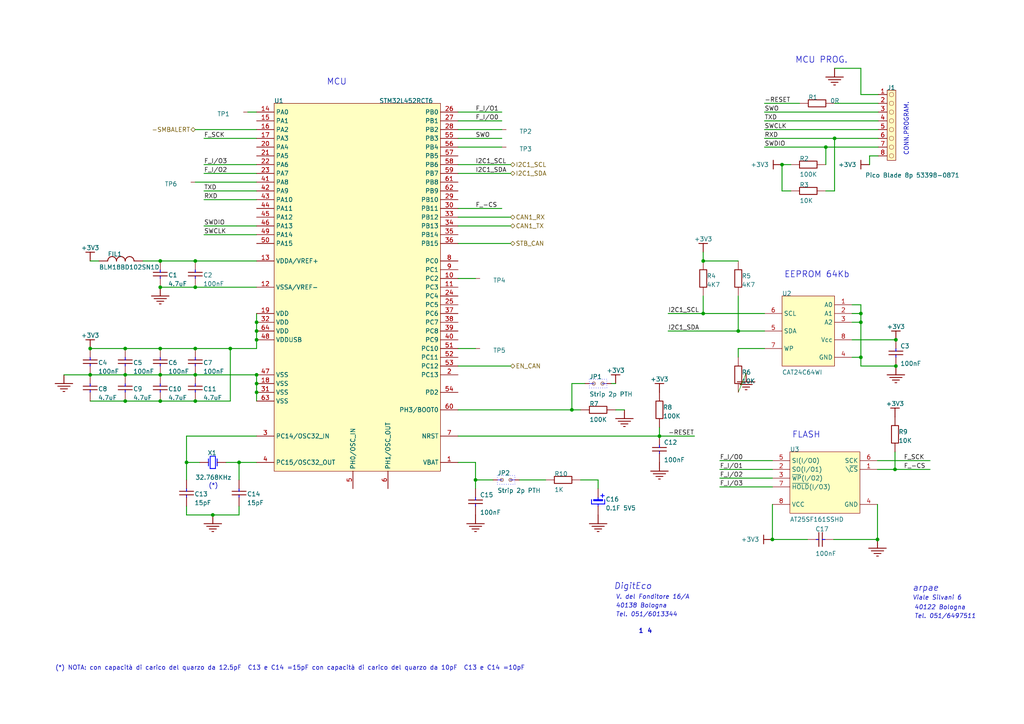
<source format=kicad_sch>
(kicad_sch (version 20230121) (generator eeschema)
  (paper "A4")
  (title_block (title "Stima V4-Power") (rev "1.0"))
  (lib_symbols
    (symbol "Stima V4 Power-altium-import:+3V3" (power)
      (property "Reference" "#PWR" (at 0 0 0))
      (property "Value" "+3V3" (at 0 3.81 0))
      (symbol "+3V3_0_0"
        (polyline (pts (xy -1.27 -2.54) (xy 1.27 -2.54)) (stroke (width 0.254)))
        (polyline (pts (xy 0 0) (xy 0 -2.54)) (stroke (width 0.254)))
        (pin power_in line (at 0 0 0) (length 0) hide (name "+3V3") (number ""))
      )
    )
    (symbol "Stima V4 Power-altium-import:GND" (power)
      (property "Reference" "#PWR" (at 0 0 0))
      (property "Value" "GND" (at 0 6.35 0))
      (symbol "GND_0_0"
        (polyline (pts (xy -2.54 -2.54) (xy 2.54 -2.54)) (stroke (width 0.254)))
        (polyline (pts (xy -1.778 -3.302) (xy 1.778 -3.302)) (stroke (width 0.254)))
        (polyline (pts (xy -1.016 -4.064) (xy 1.016 -4.064)) (stroke (width 0.254)))
        (polyline (pts (xy -0.254 -4.826) (xy 0.254 -4.826)) (stroke (width 0.254)))
        (polyline (pts (xy 0 0) (xy 0 -2.54)) (stroke (width 0.254)))
        (pin power_in line (at 0 0 0) (length 0) hide (name "GND") (number ""))
      )
    )
    (symbol "Stima V4 Power-altium-import:root_0_AT25SF161SSHD"
      (symbol "root_0_AT25SF161SSHD_1_0"
        (rectangle (start 20.32 0) (end 0 -17.78) (fill (type background)))
        (pin input line (at 25.4 -5.08 180) (length 5.08) (name "\\~{CS}") (number "1"))
        (pin output line (at -5.08 -5.08 0) (length 5.08) (name "SO(I/O1)") (number "2"))
        (pin input line (at -5.08 -7.62 0) (length 5.08) (name "~{WP}(I/O2)") (number "3"))
        (pin power_in line (at 25.4 -15.24 180) (length 5.08) (name "GND") (number "4"))
        (pin input line (at -5.08 -2.54 0) (length 5.08) (name "SI(I/O0)") (number "5"))
        (pin input line (at 25.4 -2.54 180) (length 5.08) (name "SCK") (number "6"))
        (pin input line (at -5.08 -10.16 0) (length 5.08) (name "~{HOLD}(I/O3)") (number "7"))
        (pin power_in line (at -5.08 -15.24 0) (length 5.08) (name "VCC") (number "8"))
      )
    )
    (symbol "Stima V4 Power-altium-import:root_0_BLM18BD"
      (symbol "root_0_BLM18BD_1_0"
        (arc (start 1.27 -1.27) (mid 0.372 -1.642) (end 0 -2.54) (stroke (width 0.254)))
        (arc (start 2.54 -2.54) (mid 2.168 -1.642) (end 1.27 -1.27) (stroke (width 0.254)))
        (arc (start 3.81 -1.27) (mid 2.912 -1.642) (end 2.54 -2.54) (stroke (width 0.254)))
        (arc (start 5.08 -2.54) (mid 4.708 -1.642) (end 3.81 -1.27) (stroke (width 0.254)))
        (arc (start 6.35 -1.27) (mid 5.452 -1.642) (end 5.08 -2.54) (stroke (width 0.254)))
        (arc (start 7.62 -2.54) (mid 7.248 -1.642) (end 6.35 -1.27) (stroke (width 0.254)))
        (pin passive line (at -2.54 -2.54 0) (length 2.54) (name "1") (number "1"))
        (pin passive line (at 10.16 -2.54 180) (length 2.54) (name "2") (number "2"))
      )
    )
    (symbol "Stima V4 Power-altium-import:root_0_C0603"
      (symbol "root_0_C0603_1_0"
        (polyline (pts (xy -2.032 -0.762) (xy 2.032 -0.762)) (stroke (width 0.254)))
        (polyline (pts (xy 0 -2.54) (xy 0 -1.778)) (stroke (width 0.254) (color 0 0 255 1)))
        (polyline (pts (xy 0 0) (xy 0 -0.762)) (stroke (width 0.254) (color 0 0 255 1)))
        (polyline (pts (xy 2.032 -1.778) (xy -2.032 -1.778)) (stroke (width 0.254)))
        (pin passive line (at 0 2.54 270) (length 2.54) (name "1") (number "1"))
        (pin passive line (at 0 -5.08 90) (length 2.54) (name "2") (number "2"))
      )
    )
    (symbol "Stima V4 Power-altium-import:root_0_C0805"
      (symbol "root_0_C0805_1_0"
        (polyline (pts (xy -2.032 -0.762) (xy 2.032 -0.762)) (stroke (width 0.254)))
        (polyline (pts (xy 0 -2.54) (xy 0 -1.778)) (stroke (width 0.254) (color 0 0 255 1)))
        (polyline (pts (xy 0 0) (xy 0 -0.762)) (stroke (width 0.254) (color 0 0 255 1)))
        (polyline (pts (xy 2.032 -1.778) (xy -2.032 -1.778)) (stroke (width 0.254)))
        (pin passive line (at 0 2.54 270) (length 2.54) (name "1") (number "1"))
        (pin passive line (at 0 -5.08 90) (length 2.54) (name "2") (number "2"))
      )
    )
    (symbol "Stima V4 Power-altium-import:root_0_ConnPicoBlade8p"
      (symbol "root_0_ConnPicoBlade8p_1_0"
        (circle (center 1.27 -19.05) (radius 0.635) (stroke (width 0.0001)) (fill (type color) (color 192 192 192 1)))
        (circle (center 1.27 -16.51) (radius 0.635) (stroke (width 0.0001)) (fill (type color) (color 192 192 192 1)))
        (circle (center 1.27 -13.97) (radius 0.635) (stroke (width 0.0001)) (fill (type color) (color 192 192 192 1)))
        (circle (center 1.27 -11.43) (radius 0.635) (stroke (width 0.0001)) (fill (type color) (color 192 192 192 1)))
        (circle (center 1.27 -8.89) (radius 0.635) (stroke (width 0.0001)) (fill (type color) (color 192 192 192 1)))
        (circle (center 1.27 -6.35) (radius 0.635) (stroke (width 0.0001)) (fill (type color) (color 192 192 192 1)))
        (circle (center 1.27 -3.81) (radius 0.635) (stroke (width 0.0001)) (fill (type color) (color 192 192 192 1)))
        (circle (center 1.27 -1.27) (radius 0.635) (stroke (width 0.0001)) (fill (type color) (color 192 192 192 1)))
        (rectangle (start 2.54 0) (end 0 -20.32) (fill (type background)))
        (pin passive line (at -2.54 -1.27 0) (length 2.54) (name "1") (number "1"))
        (pin passive line (at -2.54 -3.81 0) (length 2.54) (name "2") (number "2"))
        (pin passive line (at -2.54 -6.35 0) (length 2.54) (name "3") (number "3"))
        (pin passive line (at -2.54 -8.89 0) (length 2.54) (name "4") (number "4"))
        (pin passive line (at -2.54 -11.43 0) (length 2.54) (name "5") (number "5"))
        (pin passive line (at -2.54 -13.97 0) (length 2.54) (name "6") (number "6"))
        (pin passive line (at -2.54 -16.51 0) (length 2.54) (name "7") (number "7"))
        (pin passive line (at -2.54 -19.05 0) (length 2.54) (name "8") (number "8"))
      )
    )
    (symbol "Stima V4 Power-altium-import:root_0_Elettrol-SMD"
      (symbol "root_0_Elettrol-SMD_1_0"
        (polyline (pts (xy -1.905 -1.905) (xy -1.905 -0.635)) (stroke (width 0.254) (color 0 0 255 1)))
        (polyline (pts (xy -1.27 -0.787) (xy 1.194 -0.787)) (stroke (width 0.254) (color 0 0 255 1)))
        (polyline (pts (xy -1.25 -0.645) (xy 1.29 -0.645)) (stroke (width 0.254) (color 0 0 255 1)))
        (polyline (pts (xy 0 -1.905) (xy 0 -2.54)) (stroke (width 0.254) (color 0 0 255 1)))
        (polyline (pts (xy 0 -0.635) (xy 0 0)) (stroke (width 0.254) (color 0 0 255 1)))
        (polyline (pts (xy 0.762 0.508) (xy 1.778 0.508)) (stroke (width 0.254) (color 0 0 255 1)))
        (polyline (pts (xy 1.27 0) (xy 1.27 1.016)) (stroke (width 0.254) (color 0 0 255 1)))
        (polyline (pts (xy 1.905 -1.905) (xy -1.905 -1.905)) (stroke (width 0.254) (color 0 0 255 1)))
        (polyline (pts (xy 1.905 -1.905) (xy 1.905 -0.635)) (stroke (width 0.254) (color 0 0 255 1)))
        (polyline (pts (xy -1.29 -0.645) (xy -1.29 -0.968) (xy 1.29 -0.968) (xy 1.29 -0.645)) (stroke (width 0.254) (color 0 0 255 1)))
        (pin passive line (at 0 2.54 270) (length 2.54) (name "1") (number "1"))
        (pin passive line (at 0 -5.08 90) (length 2.54) (name "2") (number "2"))
      )
    )
    (symbol "Stima V4 Power-altium-import:root_0_Res 0603"
      (symbol "root_0_Res 0603_1_0"
        (rectangle (start 5.08 -1.524) (end 0 -3.556) (stroke (width 0.254)))
        (pin passive line (at -2.54 -2.54 0) (length 2.54) (name "1") (number "1"))
        (pin passive line (at 7.62 -2.54 180) (length 2.54) (name "2") (number "2"))
      )
    )
    (symbol "Stima V4 Power-altium-import:root_0_STM32L433R"
      (symbol "root_0_STM32L433R_1_0"
        (rectangle (start 48.26 0) (end 0 -106.68) (fill (type background)))
        (pin power_in line (at 53.34 -104.14 180) (length 5.08) (name "VBAT") (number "1"))
        (pin passive line (at 53.34 -50.8 180) (length 5.08) (name "PC2") (number "10"))
        (pin passive line (at 53.34 -53.34 180) (length 5.08) (name "PC3") (number "11"))
        (pin power_in line (at -5.08 -53.34 0) (length 5.08) (name "VSSA/VREF-") (number "12"))
        (pin power_in line (at -5.08 -45.72 0) (length 5.08) (name "VDDA/VREF+") (number "13"))
        (pin passive line (at -5.08 -2.54 0) (length 5.08) (name "PA0") (number "14"))
        (pin passive line (at -5.08 -5.08 0) (length 5.08) (name "PA1") (number "15"))
        (pin passive line (at -5.08 -7.62 0) (length 5.08) (name "PA2") (number "16"))
        (pin passive line (at -5.08 -10.16 0) (length 5.08) (name "PA3") (number "17"))
        (pin power_in line (at -5.08 -81.28 0) (length 5.08) (name "VSS") (number "18"))
        (pin power_in line (at -5.08 -60.96 0) (length 5.08) (name "VDD") (number "19"))
        (pin passive line (at 53.34 -78.74 180) (length 5.08) (name "PC13") (number "2"))
        (pin passive line (at -5.08 -12.7 0) (length 5.08) (name "PA4") (number "20"))
        (pin passive line (at -5.08 -15.24 0) (length 5.08) (name "PA5") (number "21"))
        (pin passive line (at -5.08 -17.78 0) (length 5.08) (name "PA6") (number "22"))
        (pin passive line (at -5.08 -20.32 0) (length 5.08) (name "PA7") (number "23"))
        (pin passive line (at 53.34 -55.88 180) (length 5.08) (name "PC4") (number "24"))
        (pin passive line (at 53.34 -58.42 180) (length 5.08) (name "PC5") (number "25"))
        (pin passive line (at 53.34 -2.54 180) (length 5.08) (name "PB0") (number "26"))
        (pin passive line (at 53.34 -5.08 180) (length 5.08) (name "PB1") (number "27"))
        (pin passive line (at 53.34 -7.62 180) (length 5.08) (name "PB2") (number "28"))
        (pin passive line (at 53.34 -27.94 180) (length 5.08) (name "PB10") (number "29"))
        (pin passive line (at -5.08 -96.52 0) (length 5.08) (name "PC14/OSC32_IN") (number "3"))
        (pin passive line (at 53.34 -30.48 180) (length 5.08) (name "PB11") (number "30"))
        (pin power_in line (at -5.08 -83.82 0) (length 5.08) (name "VSS") (number "31"))
        (pin power_in line (at -5.08 -63.5 0) (length 5.08) (name "VDD") (number "32"))
        (pin passive line (at 53.34 -33.02 180) (length 5.08) (name "PB12") (number "33"))
        (pin passive line (at 53.34 -35.56 180) (length 5.08) (name "PB13") (number "34"))
        (pin passive line (at 53.34 -38.1 180) (length 5.08) (name "PB14") (number "35"))
        (pin passive line (at 53.34 -40.64 180) (length 5.08) (name "PB15") (number "36"))
        (pin passive line (at 53.34 -60.96 180) (length 5.08) (name "PC6") (number "37"))
        (pin passive line (at 53.34 -63.5 180) (length 5.08) (name "PC7") (number "38"))
        (pin passive line (at 53.34 -66.04 180) (length 5.08) (name "PC8") (number "39"))
        (pin passive line (at -5.08 -104.14 0) (length 5.08) (name "PC15/OSC32_OUT") (number "4"))
        (pin passive line (at 53.34 -68.58 180) (length 5.08) (name "PC9") (number "40"))
        (pin passive line (at -5.08 -22.86 0) (length 5.08) (name "PA8") (number "41"))
        (pin passive line (at -5.08 -25.4 0) (length 5.08) (name "PA9") (number "42"))
        (pin passive line (at -5.08 -27.94 0) (length 5.08) (name "PA10") (number "43"))
        (pin passive line (at -5.08 -30.48 0) (length 5.08) (name "PA11") (number "44"))
        (pin passive line (at -5.08 -33.02 0) (length 5.08) (name "PA12") (number "45"))
        (pin passive line (at -5.08 -35.56 0) (length 5.08) (name "PA13") (number "46"))
        (pin power_in line (at -5.08 -78.74 0) (length 5.08) (name "VSS") (number "47"))
        (pin power_in line (at -5.08 -68.58 0) (length 5.08) (name "VDDUSB") (number "48"))
        (pin passive line (at -5.08 -38.1 0) (length 5.08) (name "PA14") (number "49"))
        (pin passive line (at 22.86 -111.76 90) (length 5.08) (name "PH0/OSC_IN") (number "5"))
        (pin passive line (at -5.08 -40.64 0) (length 5.08) (name "PA15") (number "50"))
        (pin passive line (at 53.34 -71.12 180) (length 5.08) (name "PC10") (number "51"))
        (pin passive line (at 53.34 -73.66 180) (length 5.08) (name "PC11") (number "52"))
        (pin passive line (at 53.34 -76.2 180) (length 5.08) (name "PC12") (number "53"))
        (pin passive line (at 53.34 -83.82 180) (length 5.08) (name "PD2") (number "54"))
        (pin passive line (at 53.34 -10.16 180) (length 5.08) (name "PB3") (number "55"))
        (pin passive line (at 53.34 -12.7 180) (length 5.08) (name "PB4") (number "56"))
        (pin passive line (at 53.34 -15.24 180) (length 5.08) (name "PB5") (number "57"))
        (pin passive line (at 53.34 -17.78 180) (length 5.08) (name "PB6") (number "58"))
        (pin passive line (at 53.34 -20.32 180) (length 5.08) (name "PB7") (number "59"))
        (pin passive line (at 33.02 -111.76 90) (length 5.08) (name "PH1/OSC_OUT") (number "6"))
        (pin passive line (at 53.34 -88.9 180) (length 5.08) (name "PH3/BOOT0") (number "60"))
        (pin passive line (at 53.34 -22.86 180) (length 5.08) (name "PB8") (number "61"))
        (pin passive line (at 53.34 -25.4 180) (length 5.08) (name "PB9") (number "62"))
        (pin power_in line (at -5.08 -86.36 0) (length 5.08) (name "VSS") (number "63"))
        (pin power_in line (at -5.08 -66.04 0) (length 5.08) (name "VDD") (number "64"))
        (pin passive line (at 53.34 -96.52 180) (length 5.08) (name "NRST") (number "7"))
        (pin passive line (at 53.34 -45.72 180) (length 5.08) (name "PC0") (number "8"))
        (pin passive line (at 53.34 -48.26 180) (length 5.08) (name "PC1") (number "9"))
      )
    )
    (symbol "Stima V4 Power-altium-import:root_0_TestPoint"
      (symbol "root_0_TestPoint_1_0"
        (pin passive line (at -1.27 -1.27 0) (length 1.27) (name "") (number "1"))
      )
    )
    (symbol "Stima V4 Power-altium-import:root_0_mirrored_AT24C64AN-10SI-2.7"
      (symbol "root_0_mirrored_AT24C64AN-10SI-2.7_1_0"
        (rectangle (start 0 0) (end -15.24 -20.32) (fill (type background)))
        (pin input line (at 5.08 -2.54 180) (length 5.08) (name "A0") (number "1"))
        (pin input line (at 5.08 -5.08 180) (length 5.08) (name "A1") (number "2"))
        (pin input line (at 5.08 -7.62 180) (length 5.08) (name "A2") (number "3"))
        (pin power_in line (at 5.08 -17.78 180) (length 5.08) (name "GND") (number "4"))
        (pin bidirectional line (at -20.32 -10.16 0) (length 5.08) (name "SDA") (number "5"))
        (pin input line (at -20.32 -5.08 0) (length 5.08) (name "SCL") (number "6"))
        (pin passive line (at -20.32 -15.24 0) (length 5.08) (name "WP") (number "7"))
        (pin power_in line (at 5.08 -12.7 180) (length 5.08) (name "Vcc") (number "8"))
      )
    )
    (symbol "Stima V4 Power-altium-import:root_1_C0805"
      (symbol "root_1_C0805_1_0"
        (polyline (pts (xy 0 0) (xy 0.762 0)) (stroke (width 0.254) (color 0 0 255 1)))
        (polyline (pts (xy 0.762 -2.032) (xy 0.762 2.032)) (stroke (width 0.254)))
        (polyline (pts (xy 1.778 2.032) (xy 1.778 -2.032)) (stroke (width 0.254)))
        (polyline (pts (xy 2.54 0) (xy 1.778 0)) (stroke (width 0.254) (color 0 0 255 1)))
        (pin passive line (at -2.54 0 0) (length 2.54) (name "1") (number "1"))
        (pin passive line (at 5.08 0 180) (length 2.54) (name "2") (number "2"))
      )
    )
    (symbol "Stima V4 Power-altium-import:root_1_JUMP1"
      (symbol "root_1_JUMP1_1_0"
        (polyline (pts (xy 1.27 1.27) (xy 0 1.27)) (stroke (width 0) (color 0 0 255 1)))
        (polyline (pts (xy 3.81 1.27) (xy 5.08 1.27)) (stroke (width 0) (color 0 0 255 1)))
        (polyline (pts (xy 0 2.54) (xy 0 0) (xy 5.08 0) (xy 5.08 2.54) (xy 0 2.54)) (stroke (width 0) (type dot) (color 0 0 255 1)))
        (circle (center 1.27 1.27) (radius 0.508) (stroke (width 0.0001)) (fill (type color) (color 192 192 192 1)))
        (circle (center 3.81 1.27) (radius 0.508) (stroke (width 0.0001)) (fill (type color) (color 192 192 192 1)))
        (pin passive line (at -1.27 1.27 0) (length 1.27) (name "") (number "1"))
        (pin passive line (at 6.35 1.27 180) (length 1.27) (name "") (number "2"))
      )
    )
    (symbol "Stima V4 Power-altium-import:root_1_Res 0603"
      (symbol "root_1_Res 0603_1_0"
        (rectangle (start 3.556 5.08) (end 1.524 0) (stroke (width 0.254)))
        (pin passive line (at 2.54 -2.54 90) (length 2.54) (name "1") (number "1"))
        (pin passive line (at 2.54 7.62 270) (length 2.54) (name "2") (number "2"))
      )
    )
    (symbol "Stima V4 Power-altium-import:root_2_TestPoint"
      (symbol "root_2_TestPoint_1_0"
        (pin passive line (at 1.27 1.27 180) (length 1.27) (name "") (number "1"))
      )
    )
    (symbol "Stima V4 Power-altium-import:root_2_XTAL CIL"
      (symbol "root_2_XTAL CIL_1_0"
        (polyline (pts (xy -2.54 1.524) (xy -2.54 3.556)) (stroke (width 0.254) (color 0 0 255 1)))
        (polyline (pts (xy -0.508 0.762) (xy -2.032 0.762)) (stroke (width 0.254) (color 0 0 255 1)))
        (polyline (pts (xy 0 1.524) (xy 0 3.556)) (stroke (width 0.254) (color 0 0 255 1)))
        (polyline (pts (xy -2.032 0.762) (xy -2.032 4.318) (xy -0.508 4.318) (xy -0.508 0.762)) (stroke (width 0.254) (color 0 0 255 1)))
        (pin passive line (at 2.54 2.54 180) (length 2.54) (name "OSC1") (number "1"))
        (pin passive line (at -5.08 2.54 0) (length 2.54) (name "OSC2") (number "2"))
      )
    )
  )
  (junction (at 74.422 111.252))
  (junction (at 74.422 98.552))
  (junction (at 259.842 106.172))
  (junction (at 46.482 101.092))
  (junction (at 26.162 101.092))
  (junction (at 74.422 96.012))
  (junction (at 36.322 101.092))
  (junction (at 254.508 156.464))
  (junction (at 36.322 108.712))
  (junction (at 165.862 118.872))
  (junction (at 249.682 90.932))
  (junction (at 191.262 126.492))
  (junction (at 249.682 93.472))
  (junction (at 74.422 93.472))
  (junction (at 61.722 149.352))
  (junction (at 69.342 134.112))
  (junction (at 203.962 90.932))
  (junction (at 259.842 98.552))
  (junction (at 74.422 113.792))
  (junction (at 137.922 139.192))
  (junction (at 66.802 101.092))
  (junction (at 46.482 116.332))
  (junction (at 224.028 156.464))
  (junction (at 56.642 83.312))
  (junction (at 242.062 40.132))
  (junction (at 46.482 75.692))
  (junction (at 203.962 75.692))
  (junction (at 56.642 101.092))
  (junction (at 56.642 108.712))
  (junction (at 54.102 134.112))
  (junction (at 214.122 96.012))
  (junction (at 226.822 47.752))
  (junction (at 249.682 103.632))
  (junction (at 26.162 108.712))
  (junction (at 259.588 136.144))
  (junction (at 46.482 108.712))
  (junction (at 56.642 75.692))
  (junction (at 74.422 108.712))
  (junction (at 46.482 83.312))
  (junction (at 36.322 116.332))
  (junction (at 56.642 116.332))
  (junction (at 239.522 42.672))
  (wire (pts (xy 26.162 108.712) (xy 36.322 108.712)) (stroke (width 0.254)))
  (wire (pts (xy 224.028 141.224) (xy 208.788 141.224)) (stroke (width 0.254)))
  (wire (pts (xy 74.422 40.132) (xy 59.182 40.132)) (stroke (width 0.254)))
  (wire (pts (xy 46.482 108.712) (xy 56.642 108.712)) (stroke (width 0.254)))
  (wire (pts (xy 36.322 108.712) (xy 46.482 108.712)) (stroke (width 0.254)))
  (wire (pts (xy 74.422 113.792) (xy 74.422 116.332)) (stroke (width 0.254)))
  (wire (pts (xy 71.882 32.512) (xy 74.422 32.512)) (stroke (width 0.254)))
  (wire (pts (xy 249.682 106.172) (xy 259.842 106.172)) (stroke (width 0.254)))
  (wire (pts (xy 191.262 123.952) (xy 191.262 126.492)) (stroke (width 0.254)))
  (wire (pts (xy 173.482 139.192) (xy 173.482 141.732)) (stroke (width 0.254)))
  (wire (pts (xy 54.102 134.112) (xy 57.912 134.112)) (stroke (width 0.254)))
  (wire (pts (xy 41.402 75.692) (xy 46.482 75.692)) (stroke (width 0.254)))
  (wire (pts (xy 249.682 19.812) (xy 242.062 19.812)) (stroke (width 0.254)))
  (wire (pts (xy 74.422 65.532) (xy 59.182 65.532)) (stroke (width 0.254)))
  (wire (pts (xy 203.962 75.692) (xy 214.122 75.692)) (stroke (width 0.254)))
  (wire (pts (xy 74.422 126.492) (xy 54.102 126.492)) (stroke (width 0.254)))
  (wire (pts (xy 66.802 101.092) (xy 56.642 101.092)) (stroke (width 0.254)))
  (wire (pts (xy 56.642 37.592) (xy 74.422 37.592)) (stroke (width 0.254)))
  (wire (pts (xy 214.122 85.852) (xy 214.122 96.012)) (stroke (width 0.254)))
  (wire (pts (xy 221.742 37.592) (xy 254.762 37.592)) (stroke (width 0.254)))
  (wire (pts (xy 168.402 139.192) (xy 173.482 139.192)) (stroke (width 0.254)))
  (wire (pts (xy 242.062 55.372) (xy 239.522 55.372)) (stroke (width 0.254)))
  (wire (pts (xy 132.842 70.612) (xy 148.082 70.612)) (stroke (width 0.254)))
  (wire (pts (xy 249.682 93.472) (xy 249.682 90.932)) (stroke (width 0.254)))
  (wire (pts (xy 36.322 101.092) (xy 26.162 101.092)) (stroke (width 0.254)))
  (wire (pts (xy 203.962 90.932) (xy 221.742 90.932)) (stroke (width 0.254)))
  (wire (pts (xy 132.842 134.112) (xy 137.922 134.112)) (stroke (width 0.254)))
  (wire (pts (xy 54.102 149.352) (xy 61.722 149.352)) (stroke (width 0.254)))
  (wire (pts (xy 56.642 108.712) (xy 74.422 108.712)) (stroke (width 0.254)))
  (wire (pts (xy 249.682 103.632) (xy 249.682 93.472)) (stroke (width 0.254)))
  (wire (pts (xy 214.122 96.012) (xy 221.742 96.012)) (stroke (width 0.254)))
  (wire (pts (xy 242.062 40.132) (xy 221.742 40.132)) (stroke (width 0.254)))
  (wire (pts (xy 69.342 139.192) (xy 69.342 134.112)) (stroke (width 0.254)))
  (wire (pts (xy 132.842 37.592) (xy 145.542 37.592)) (stroke (width 0.254)))
  (wire (pts (xy 74.422 101.092) (xy 66.802 101.092)) (stroke (width 0.254)))
  (wire (pts (xy 137.922 139.192) (xy 143.002 139.192)) (stroke (width 0.254)))
  (wire (pts (xy 132.842 50.292) (xy 148.082 50.292)) (stroke (width 0.254)))
  (wire (pts (xy 226.822 47.752) (xy 229.362 47.752)) (stroke (width 0.254)))
  (wire (pts (xy 132.842 65.532) (xy 148.082 65.532)) (stroke (width 0.254)))
  (wire (pts (xy 203.962 85.852) (xy 203.962 90.932)) (stroke (width 0.254)))
  (wire (pts (xy 193.802 90.932) (xy 203.962 90.932)) (stroke (width 0.254)))
  (wire (pts (xy 150.622 139.192) (xy 158.242 139.192)) (stroke (width 0.254)))
  (wire (pts (xy 249.682 90.932) (xy 249.682 88.392)) (stroke (width 0.254)))
  (wire (pts (xy 203.962 73.152) (xy 203.962 75.692)) (stroke (width 0.254)))
  (wire (pts (xy 26.162 75.692) (xy 28.702 75.692)) (stroke (width 0.254)))
  (wire (pts (xy 229.362 55.372) (xy 226.822 55.372)) (stroke (width 0.254)))
  (wire (pts (xy 254.508 136.144) (xy 259.588 136.144)) (stroke (width 0.254)))
  (wire (pts (xy 46.482 75.692) (xy 56.642 75.692)) (stroke (width 0.254)))
  (wire (pts (xy 165.862 118.872) (xy 168.402 118.872)) (stroke (width 0.254)))
  (wire (pts (xy 169.672 111.252) (xy 165.862 111.252)) (stroke (width 0.254)))
  (wire (pts (xy 74.422 108.712) (xy 74.422 111.252)) (stroke (width 0.254)))
  (wire (pts (xy 224.028 146.304) (xy 224.028 156.464)) (stroke (width 0.254)))
  (wire (pts (xy 132.842 35.052) (xy 145.542 35.052)) (stroke (width 0.254)))
  (wire (pts (xy 242.062 40.132) (xy 242.062 55.372)) (stroke (width 0.254)))
  (wire (pts (xy 254.762 32.512) (xy 221.742 32.512)) (stroke (width 0.254)))
  (wire (pts (xy 74.422 111.252) (xy 74.422 113.792)) (stroke (width 0.254)))
  (wire (pts (xy 54.102 146.812) (xy 54.102 149.352)) (stroke (width 0.254)))
  (wire (pts (xy 249.682 88.392) (xy 247.142 88.392)) (stroke (width 0.254)))
  (wire (pts (xy 36.322 116.332) (xy 26.162 116.332)) (stroke (width 0.254)))
  (wire (pts (xy 46.482 101.092) (xy 36.322 101.092)) (stroke (width 0.254)))
  (wire (pts (xy 54.102 134.112) (xy 54.102 139.192)) (stroke (width 0.254)))
  (wire (pts (xy 214.122 101.092) (xy 214.122 103.632)) (stroke (width 0.254)))
  (wire (pts (xy 221.742 101.092) (xy 214.122 101.092)) (stroke (width 0.254)))
  (wire (pts (xy 18.542 108.712) (xy 26.162 108.712)) (stroke (width 0.254)))
  (wire (pts (xy 191.262 126.492) (xy 201.422 126.492)) (stroke (width 0.254)))
  (wire (pts (xy 132.842 118.872) (xy 165.862 118.872)) (stroke (width 0.254)))
  (wire (pts (xy 132.842 80.772) (xy 137.922 80.772)) (stroke (width 0.254)))
  (wire (pts (xy 132.842 40.132) (xy 145.542 40.132)) (stroke (width 0.254)))
  (wire (pts (xy 254.762 35.052) (xy 221.742 35.052)) (stroke (width 0.254)))
  (wire (pts (xy 254.508 133.604) (xy 269.748 133.604)) (stroke (width 0.254)))
  (wire (pts (xy 132.842 126.492) (xy 191.262 126.492)) (stroke (width 0.254)))
  (wire (pts (xy 74.422 55.372) (xy 59.182 55.372)) (stroke (width 0.254)))
  (wire (pts (xy 74.422 90.932) (xy 74.422 93.472)) (stroke (width 0.254)))
  (wire (pts (xy 132.842 42.672) (xy 145.542 42.672)) (stroke (width 0.254)))
  (wire (pts (xy 56.642 83.312) (xy 74.422 83.312)) (stroke (width 0.254)))
  (wire (pts (xy 74.422 93.472) (xy 74.422 96.012)) (stroke (width 0.254)))
  (wire (pts (xy 132.842 101.092) (xy 137.922 101.092)) (stroke (width 0.254)))
  (wire (pts (xy 224.028 133.604) (xy 208.788 133.604)) (stroke (width 0.254)))
  (wire (pts (xy 66.802 101.092) (xy 66.802 116.332)) (stroke (width 0.254)))
  (wire (pts (xy 221.742 42.672) (xy 239.522 42.672)) (stroke (width 0.254)))
  (wire (pts (xy 46.482 83.312) (xy 56.642 83.312)) (stroke (width 0.254)))
  (wire (pts (xy 74.422 50.292) (xy 59.182 50.292)) (stroke (width 0.254)))
  (wire (pts (xy 254.762 45.212) (xy 252.222 45.212)) (stroke (width 0.254)))
  (wire (pts (xy 46.482 116.332) (xy 36.322 116.332)) (stroke (width 0.254)))
  (wire (pts (xy 226.822 55.372) (xy 226.822 47.752)) (stroke (width 0.254)))
  (wire (pts (xy 132.842 62.992) (xy 148.082 62.992)) (stroke (width 0.254)))
  (wire (pts (xy 178.562 118.872) (xy 181.102 118.872)) (stroke (width 0.254)))
  (wire (pts (xy 56.642 52.832) (xy 74.422 52.832)) (stroke (width 0.254)))
  (wire (pts (xy 247.142 93.472) (xy 249.682 93.472)) (stroke (width 0.254)))
  (wire (pts (xy 252.222 45.212) (xy 252.222 47.752)) (stroke (width 0.254)))
  (wire (pts (xy 61.722 149.352) (xy 69.342 149.352)) (stroke (width 0.254)))
  (wire (pts (xy 231.902 29.972) (xy 221.742 29.972)) (stroke (width 0.254)))
  (wire (pts (xy 216.408 108.204) (xy 214.122 113.792)))
  (wire (pts (xy 74.422 57.912) (xy 59.182 57.912)) (stroke (width 0.254)))
  (wire (pts (xy 249.682 103.632) (xy 249.682 106.172)) (stroke (width 0.254)))
  (wire (pts (xy 56.642 101.092) (xy 46.482 101.092)) (stroke (width 0.254)))
  (wire (pts (xy 66.802 116.332) (xy 56.642 116.332)) (stroke (width 0.254)))
  (wire (pts (xy 54.102 126.492) (xy 54.102 134.112)) (stroke (width 0.254)))
  (wire (pts (xy 69.342 134.112) (xy 74.422 134.112)) (stroke (width 0.254)))
  (wire (pts (xy 74.422 96.012) (xy 74.422 98.552)) (stroke (width 0.254)))
  (wire (pts (xy 259.588 136.144) (xy 269.748 136.144)) (stroke (width 0.254)))
  (wire (pts (xy 241.808 156.464) (xy 254.508 156.464)) (stroke (width 0.254)))
  (wire (pts (xy 74.422 68.072) (xy 59.182 68.072)) (stroke (width 0.254)))
  (wire (pts (xy 224.028 138.684) (xy 208.788 138.684)) (stroke (width 0.254)))
  (wire (pts (xy 65.532 134.112) (xy 69.342 134.112)) (stroke (width 0.254)))
  (wire (pts (xy 137.922 134.112) (xy 137.922 139.192)) (stroke (width 0.254)))
  (wire (pts (xy 132.842 47.752) (xy 148.082 47.752)) (stroke (width 0.254)))
  (wire (pts (xy 239.522 42.672) (xy 254.762 42.672)) (stroke (width 0.254)))
  (wire (pts (xy 56.642 75.692) (xy 74.422 75.692)) (stroke (width 0.254)))
  (wire (pts (xy 193.802 96.012) (xy 214.122 96.012)) (stroke (width 0.254)))
  (wire (pts (xy 177.292 111.252) (xy 178.562 111.252)) (stroke (width 0.254)))
  (wire (pts (xy 132.842 106.172) (xy 148.082 106.172)) (stroke (width 0.254)))
  (wire (pts (xy 74.422 47.752) (xy 59.182 47.752)) (stroke (width 0.254)))
  (wire (pts (xy 137.922 139.192) (xy 137.922 141.732)) (stroke (width 0.254)))
  (wire (pts (xy 254.762 40.132) (xy 242.062 40.132)) (stroke (width 0.254)))
  (wire (pts (xy 254.762 27.432) (xy 249.682 27.432)) (stroke (width 0.254)))
  (wire (pts (xy 224.028 156.464) (xy 234.188 156.464)) (stroke (width 0.254)))
  (wire (pts (xy 239.522 47.752) (xy 239.522 42.672)) (stroke (width 0.254)))
  (wire (pts (xy 249.682 27.432) (xy 249.682 19.812)) (stroke (width 0.254)))
  (wire (pts (xy 259.842 98.552) (xy 247.142 98.552)) (stroke (width 0.254)))
  (wire (pts (xy 132.842 32.512) (xy 145.542 32.512)) (stroke (width 0.254)))
  (wire (pts (xy 259.588 131.064) (xy 259.588 136.144)) (stroke (width 0.254)))
  (wire (pts (xy 254.762 29.972) (xy 242.062 29.972)) (stroke (width 0.254)))
  (wire (pts (xy 56.642 116.332) (xy 46.482 116.332)) (stroke (width 0.254)))
  (wire (pts (xy 74.422 98.552) (xy 74.422 101.092)) (stroke (width 0.254)))
  (wire (pts (xy 247.142 90.932) (xy 249.682 90.932)) (stroke (width 0.254)))
  (wire (pts (xy 132.842 60.452) (xy 145.542 60.452)) (stroke (width 0.254)))
  (wire (pts (xy 165.862 111.252) (xy 165.862 118.872)) (stroke (width 0.254)))
  (wire (pts (xy 247.142 103.632) (xy 249.682 103.632)) (stroke (width 0.254)))
  (wire (pts (xy 254.508 156.464) (xy 254.508 146.304)) (stroke (width 0.254)))
  (wire (pts (xy 224.028 136.144) (xy 208.788 136.144)) (stroke (width 0.254)))
  (wire (pts (xy 69.342 149.352) (xy 69.342 146.812)) (stroke (width 0.254)))
  (text "4" (at 189.23 183.896 0) (effects (font (size 1.27 1.27) bold) (justify right bottom)))
  (text "MCU PROG." (at 230.632 18.542 0) (effects (font (size 1.778 1.778)) (justify left bottom)))
  (text "EEPROM 64Kb" (at 227.457 80.772 0) (effects (font (size 1.778 1.778)) (justify left bottom)))
  (text "${#}" (at 185.166 183.896 0) (effects (font (size 1.27 1.27) bold) (justify left bottom)))
  (text "40138 Bologna" (at 178.562 176.53 0) (effects (font (size 1.27 1.27) italic) (justify left bottom)))
  (text "MCU" (at 94.742 24.892 0) (effects (font (size 1.778 1.778)) (justify left bottom)))
  (text "Tel. 051/6497511" (at 265.176 179.578 0) (effects (font (size 1.27 1.27) italic) (justify left bottom)))
  (text "arpae" (at 264.668 171.704 0) (effects (font (size 1.778 1.778) italic) (justify left bottom)))
  (text "Viale Silvani 6" (at 264.668 174.244 0) (effects (font (size 1.27 1.27) italic) (justify left bottom)))
  (text "Tel. 051/6013344" (at 178.562 179.07 0) (effects (font (size 1.27 1.27) italic) (justify left bottom)))
  (text "(*) NOTA: con capacità di carico del quarzo da 12.5pF  C13 e C14 =15pF con capacità di carico del quarzo da 10pF  C13 e C14 =10pF" (at 16.002 194.564 0) (effects (font (size 1.27 1.27)) (justify left bottom)))
  (text "(*)" (at 60.452 141.732 0) (effects (font (size 1.27 1.27)) (justify left bottom)))
  (text "DigitEco" (at 178.054 171.196 0) (effects (font (size 1.778 1.778) italic) (justify left bottom)))
  (text "V. del Fonditore 16/A" (at 178.562 173.99 0) (effects (font (size 1.27 1.27) italic) (justify left bottom)))
  (text "CONN.PROGRAM." (at 263.652 45.212 90) (effects (font (size 1.27 1.27)) (justify left bottom)))
  (text "40122 Bologna" (at 265.176 177.038 0) (effects (font (size 1.27 1.27) italic) (justify left bottom)))
  (text "FLASH" (at 229.743 127.254 0) (effects (font (size 1.778 1.778)) (justify left bottom)))
  (label "F_I/O2" (at 59.182 50.292 180))
  (label "F_SCK" (at 59.182 40.132 180))
  (label "-RESET" (at 221.742 29.972 180))
  (label "I2C1_SDA" (at 193.802 96.012 180))
  (label "SWDIO" (at 59.182 65.532 180))
  (label "F_-CS" (at 262.128 136.144 180))
  (label "I2C1_SCL" (at 193.802 90.932 180))
  (label "I2C1_SDA" (at 137.922 50.292 180))
  (label "F_SCK" (at 262.128 133.604 180))
  (label "SWCLK" (at 59.182 68.072 180))
  (label "F_I/O2" (at 208.788 138.684 180))
  (label "-RESET" (at 193.802 126.492 180))
  (label "F_-CS" (at 137.922 60.452 180))
  (label "I2C1_SCL" (at 137.922 47.752 180))
  (label "F_I/O1" (at 137.922 32.512 180))
  (label "SWO" (at 221.742 32.512 180))
  (label "TXD" (at 59.182 55.372 180))
  (label "F_I/O0" (at 208.788 133.604 180))
  (label "F_I/O3" (at 208.788 141.224 180))
  (label "SWCLK" (at 221.742 37.592 180))
  (label "RXD" (at 221.742 40.132 180))
  (label "F_I/O1" (at 208.788 136.144 180))
  (label "TXD" (at 221.742 35.052 180))
  (label "SWO" (at 137.922 40.132 180))
  (label "F_I/O3" (at 59.182 47.752 180))
  (label "SWDIO" (at 221.742 42.672 180))
  (label "F_I/O0" (at 137.922 35.052 180))
  (label "RXD" (at 59.182 57.912 180))
  (hierarchical_label "I2C1_SCL" (shape bidirectional) (at 148.082 47.752 0))
  (hierarchical_label "CAN1_RX" (shape bidirectional) (at 148.082 62.992 0))
  (hierarchical_label "EN_CAN" (shape bidirectional) (at 148.082 106.172 0))
  (hierarchical_label "-SMBALERT" (shape bidirectional) (at 56.642 37.592 180))
  (hierarchical_label "CAN1_TX" (shape bidirectional) (at 148.082 65.532 0))
  (hierarchical_label "STB_CAN" (shape bidirectional) (at 148.082 70.612 0))
  (hierarchical_label "I2C1_SDA" (shape bidirectional) (at 148.082 50.292 0))
  (symbol (lib_id "Stima V4 Power-altium-import:+3V3") (at 259.588 120.904 180) (unit 1)
    (property "Reference" "#PWR?" (effects hide))
    (property "Value" "+3V3" (at 259.588 117.094 0))
  )
  (symbol (lib_id "Stima V4 Power-altium-import:root_2_XTAL CIL") (at 62.992 136.652 0) (unit 1)
    (property "Reference" "X1" (at 60.198 132.08 0) (effects (justify left bottom)))
    (property "Value" "32.768KHz" (at 56.642 139.192 0) (effects (justify left bottom)))
    (property "Footprint" "CRYST_ECS" (effects hide))
    (property "FREQUENCY" "32.768KHz" (effects hide))
    (property "PACKAGE REFERENCE" "3.2x1.5mm" (effects hide))
  )
  (symbol (lib_id "Stima V4 Power-altium-import:root_0_C0805") (at 259.842 101.092 0) (unit 1)
    (property "Reference" "C3" (at 261.112 101.092 0) (effects (justify left bottom)))
    (property "Value" "100nF" (at 261.112 106.172 0) (effects (justify left bottom)))
    (property "Footprint" "0603" (effects hide))
    (property "PACKAGE REFERENCE" "0603" (effects hide))
    (property "TYPE" "Multistrato X5R/X7R" (effects hide))
    (property "ALTIUM_VALUE" "100nF" (effects hide))
    (property "VOLTAGE" "50V" (effects hide))
  )
  (symbol (lib_id "Stima V4 Power-altium-import:root_0_C0805") (at 137.922 144.272 0) (unit 1)
    (property "Reference" "C15" (at 139.192 144.272 0) (effects (justify left bottom)))
    (property "Value" "100nF" (at 139.192 149.352 0) (effects (justify left bottom)))
    (property "Footprint" "0603" (effects hide))
    (property "PACKAGE REFERENCE" "0603" (effects hide))
    (property "TYPE" "Multistrato X5R/X7R" (effects hide))
    (property "ALTIUM_VALUE" "100nF" (effects hide))
    (property "VOLTAGE" "50V" (effects hide))
  )
  (symbol (lib_id "Stima V4 Power-altium-import:root_0_C0603") (at 46.482 78.232 0) (unit 1)
    (property "Reference" "C1" (at 48.768 80.518 0) (effects (justify left bottom)))
    (property "Value" "4.7uF" (at 48.768 83.058 0) (effects (justify left bottom)))
    (property "Footprint" "0603" (effects hide))
    (property "PACKAGE REFERENCE" "0603" (effects hide))
    (property "TYPE" "Multistrato X5R/X7R" (effects hide))
    (property "ALTIUM_VALUE" "4.7uF" (effects hide))
    (property "VOLTAGE" "16V" (effects hide))
  )
  (symbol (lib_id "Stima V4 Power-altium-import:root_1_Res 0603") (at 257.048 128.524 0) (unit 1)
    (property "Reference" "R9" (at 260.604 125.984 0) (effects (justify left bottom)))
    (property "Value" "10K" (at 260.604 128.524 0) (effects (justify left bottom)))
    (property "Footprint" "0603" (effects hide))
    (property "ALTIUM_VALUE" "10K" (effects hide))
    (property "PRECISION" "1%" (effects hide))
    (property "PACKAGE REFERENCE" "0603" (effects hide))
    (property "POWER" "1/10W" (effects hide))
  )
  (symbol (lib_id "Stima V4 Power-altium-import:root_0_mirrored_AT24C64AN-10SI-2.7") (at 242.062 85.852 0) (unit 1)
    (property "Reference" "U2" (at 226.822 85.852 0) (effects (justify left bottom)))
    (property "Value" "CAT24C64WI" (at 226.822 108.712 0) (effects (justify left bottom)))
    (property "Footprint" "SO8" (effects hide))
    (property "PACKAGE REFERENCE" "SO8" (effects hide))
  )
  (symbol (lib_id "Stima V4 Power-altium-import:root_0_C0603") (at 36.322 103.632 0) (unit 1)
    (property "Reference" "C5" (at 38.608 105.918 0) (effects (justify left bottom)))
    (property "Value" "100nF" (at 38.608 108.458 0) (effects (justify left bottom)))
    (property "Footprint" "0603" (effects hide))
    (property "PACKAGE REFERENCE" "0603" (effects hide))
    (property "TYPE" "Multistrato X5R/X7R" (effects hide))
    (property "ALTIUM_VALUE" "100nF" (effects hide))
    (property "VOLTAGE" "50V" (effects hide))
  )
  (symbol (lib_id "Stima V4 Power-altium-import:root_0_ConnPicoBlade8p") (at 257.302 26.162 0) (unit 1)
    (property "Reference" "J1" (at 257.302 26.162 0) (effects (justify left bottom)))
    (property "Value" "Pico Blade 8p 53398-0871" (at 250.952 51.562 0) (effects (justify left bottom)))
    (property "Footprint" "MOLEX8P1_25SMD" (effects hide))
    (property "MANUFACTURING" "Molex" (effects hide))
    (property "CODE" "53261-0871 Right Angle (90)" (effects hide))
    (property "CODE1" "53398-0871  Vertical" (effects hide))
    (property "SERIES" "Pico Blade" (effects hide))
  )
  (symbol (lib_id "Stima V4 Power-altium-import:root_0_C0603") (at 56.642 103.632 0) (unit 1)
    (property "Reference" "C7" (at 58.928 105.918 0) (effects (justify left bottom)))
    (property "Value" "100nF" (at 58.928 108.458 0) (effects (justify left bottom)))
    (property "Footprint" "0603" (effects hide))
    (property "PACKAGE REFERENCE" "0603" (effects hide))
    (property "TYPE" "Multistrato X5R/X7R" (effects hide))
    (property "ALTIUM_VALUE" "100nF" (effects hide))
    (property "VOLTAGE" "50V" (effects hide))
  )
  (symbol (lib_id "Stima V4 Power-altium-import:+3V3") (at 259.842 98.552 180) (unit 1)
    (property "Reference" "#PWR?" (effects hide))
    (property "Value" "+3V3" (at 259.842 94.742 0))
  )
  (symbol (lib_id "Stima V4 Power-altium-import:root_0_C0603") (at 46.482 111.252 0) (unit 1)
    (property "Reference" "C10" (at 48.768 113.538 0) (effects (justify left bottom)))
    (property "Value" "4.7uF" (at 48.768 116.078 0) (effects (justify left bottom)))
    (property "Footprint" "0603" (effects hide))
    (property "PACKAGE REFERENCE" "0603" (effects hide))
    (property "TYPE" "Multistrato X5R/X7R" (effects hide))
    (property "ALTIUM_VALUE" "4.7uF" (effects hide))
    (property "VOLTAGE" "16V" (effects hide))
  )
  (symbol (lib_id "Stima V4 Power-altium-import:root_1_JUMP1") (at 170.942 112.522 0) (unit 1)
    (property "Reference" "JP1" (at 170.942 109.982 0) (effects (justify left bottom)))
    (property "Value" "Strip 2p PTH" (at 170.942 115.062 0) (effects (justify left bottom)))
    (property "Footprint" "STRIP2P" (effects hide))
    (property "PACKAGE REFERENCE" "PTH" (effects hide))
  )
  (symbol (lib_id "Stima V4 Power-altium-import:root_0_STM32L433R") (at 79.502 29.972 0) (unit 1)
    (property "Reference" "U1" (at 79.502 29.972 0) (effects (justify left bottom)))
    (property "Value" "STM32L452RCT6" (at 109.982 29.972 0) (effects (justify left bottom)))
    (property "Footprint" "LQFP64" (effects hide))
    (property "PACKAGE REFERENCE" "LQFP64" (effects hide))
  )
  (symbol (lib_id "Stima V4 Power-altium-import:+3V3") (at 203.962 73.152 180) (unit 1)
    (property "Reference" "#PWR?" (effects hide))
    (property "Value" "+3V3" (at 203.962 69.342 0))
  )
  (symbol (lib_id "Stima V4 Power-altium-import:root_0_C0603") (at 69.342 141.732 0) (unit 1)
    (property "Reference" "C14" (at 71.628 144.018 0) (effects (justify left bottom)))
    (property "Value" "15pF" (at 71.628 146.558 0) (effects (justify left bottom)))
    (property "Footprint" "0603" (effects hide))
    (property "PACKAGE REFERENCE" "0603" (effects hide))
    (property "TYPE" "Multistrato C0G/X5R/X7R" (effects hide))
    (property "ALTIUM_VALUE" "15pF" (effects hide))
    (property "VOLTAGE" "50V" (effects hide))
  )
  (symbol (lib_id "Stima V4 Power-altium-import:root_0_C0603") (at 56.642 78.232 0) (unit 1)
    (property "Reference" "C2" (at 58.928 80.518 0) (effects (justify left bottom)))
    (property "Value" "100nF" (at 58.928 83.058 0) (effects (justify left bottom)))
    (property "Footprint" "0603" (effects hide))
    (property "PACKAGE REFERENCE" "0603" (effects hide))
    (property "TYPE" "Multistrato X5R/X7R" (effects hide))
    (property "ALTIUM_VALUE" "100nF" (effects hide))
    (property "VOLTAGE" "50V" (effects hide))
  )
  (symbol (lib_id "Stima V4 Power-altium-import:root_1_Res 0603") (at 201.422 83.312 0) (unit 1)
    (property "Reference" "R4" (at 204.978 80.772 0) (effects (justify left bottom)))
    (property "Value" "4K7" (at 204.978 83.312 0) (effects (justify left bottom)))
    (property "Footprint" "0603" (effects hide))
    (property "ALTIUM_VALUE" "4K7" (effects hide))
    (property "PRECISION" "1%" (effects hide))
    (property "PACKAGE REFERENCE" "0603" (effects hide))
    (property "POWER" "1/10W" (effects hide))
  )
  (symbol (lib_id "Stima V4 Power-altium-import:+3V3") (at 252.222 47.752 270) (unit 1)
    (property "Reference" "#PWR?" (effects hide))
    (property "Value" "+3V3" (at 248.412 47.752 90) (effects (justify right)))
  )
  (symbol (lib_id "Stima V4 Power-altium-import:+3V3") (at 191.262 113.792 180) (unit 1)
    (property "Reference" "#PWR?" (effects hide))
    (property "Value" "+3V3" (at 191.262 109.982 0))
  )
  (symbol (lib_id "Stima V4 Power-altium-import:root_0_Res 0603") (at 170.942 116.332 0) (unit 1)
    (property "Reference" "R7" (at 170.942 117.856 0) (effects (justify left bottom)))
    (property "Value" "100K" (at 170.942 122.428 0) (effects (justify left bottom)))
    (property "Footprint" "0603" (effects hide))
    (property "ALTIUM_VALUE" "100K" (effects hide))
    (property "PRECISION" "1%" (effects hide))
    (property "PACKAGE REFERENCE" "0603" (effects hide))
    (property "POWER" "1/10W" (effects hide))
  )
  (symbol (lib_id "Stima V4 Power-altium-import:root_0_C0603") (at 56.642 111.252 0) (unit 1)
    (property "Reference" "C11" (at 58.928 113.538 0) (effects (justify left bottom)))
    (property "Value" "4.7uF" (at 58.928 116.078 0) (effects (justify left bottom)))
    (property "Footprint" "0603" (effects hide))
    (property "PACKAGE REFERENCE" "0603" (effects hide))
    (property "TYPE" "Multistrato X5R/X7R" (effects hide))
    (property "ALTIUM_VALUE" "4.7uF" (effects hide))
    (property "VOLTAGE" "16V" (effects hide))
  )
  (symbol (lib_id "Stima V4 Power-altium-import:GND") (at 259.842 106.172 0) (unit 1)
    (property "Reference" "#PWR?" (effects hide))
    (property "Value" "GND" (effects hide))
  )
  (symbol (lib_id "Stima V4 Power-altium-import:root_0_AT25SF161SSHD") (at 229.108 131.064 0) (unit 1)
    (property "Reference" "U3" (at 229.108 131.064 0) (effects (justify left bottom)))
    (property "Value" "AT25SF161SSHD" (at 229.108 151.384 0) (effects (justify left bottom)))
    (property "Footprint" "SO8" (effects hide))
    (property "PACKAGE REFERENCE" "SO8" (effects hide))
  )
  (symbol (lib_id "Stima V4 Power-altium-import:GND") (at 216.408 108.204 0) (unit 1)
    (property "Reference" "#PWR?" (effects hide))
    (property "Value" "GND" (effects hide))
  )
  (symbol (lib_id "Stima V4 Power-altium-import:GND") (at 254.508 156.464 0) (unit 1)
    (property "Reference" "#PWR?" (effects hide))
    (property "Value" "GND" (effects hide))
  )
  (symbol (lib_id "Stima V4 Power-altium-import:root_0_TestPoint") (at 139.192 99.822 0) (unit 1)
    (property "Reference" "TP5" (at 143.002 102.362 0) (effects (justify left bottom)))
    (property "Value" "TestPoint" (effects hide))
    (property "Footprint" "TP_P" (effects hide))
  )
  (symbol (lib_id "Stima V4 Power-altium-import:root_2_TestPoint") (at 70.612 33.782 0) (unit 1)
    (property "Reference" "TP1" (at 62.992 33.782 0) (effects (justify left bottom)))
    (property "Value" "TestPoint" (effects hide))
    (property "Footprint" "TP_P" (effects hide))
  )
  (symbol (lib_id "Stima V4 Power-altium-import:+3V3") (at 224.028 156.464 270) (unit 1)
    (property "Reference" "#PWR?" (effects hide))
    (property "Value" "+3V3" (at 220.218 156.464 90) (effects (justify right)))
  )
  (symbol (lib_id "Stima V4 Power-altium-import:root_0_C0603") (at 26.162 111.252 0) (unit 1)
    (property "Reference" "C8" (at 28.448 113.538 0) (effects (justify left bottom)))
    (property "Value" "4.7uF" (at 28.448 116.078 0) (effects (justify left bottom)))
    (property "Footprint" "0603" (effects hide))
    (property "PACKAGE REFERENCE" "0603" (effects hide))
    (property "TYPE" "Multistrato X5R/X7R" (effects hide))
    (property "ALTIUM_VALUE" "4.7uF" (effects hide))
    (property "VOLTAGE" "16V" (effects hide))
  )
  (symbol (lib_id "Stima V4 Power-altium-import:root_0_C0805") (at 191.262 129.032 0) (unit 1)
    (property "Reference" "C12" (at 192.532 129.032 0) (effects (justify left bottom)))
    (property "Value" "100nF" (at 192.532 134.112 0) (effects (justify left bottom)))
    (property "Footprint" "0603" (effects hide))
    (property "PACKAGE REFERENCE" "0603" (effects hide))
    (property "TYPE" "Multistrato X5R/X7R" (effects hide))
    (property "ALTIUM_VALUE" "100nF" (effects hide))
    (property "VOLTAGE" "50V" (effects hide))
  )
  (symbol (lib_id "Stima V4 Power-altium-import:GND") (at 137.922 149.352 0) (unit 1)
    (property "Reference" "#PWR?" (effects hide))
    (property "Value" "GND" (effects hide))
  )
  (symbol (lib_id "Stima V4 Power-altium-import:root_0_Res 0603") (at 234.442 27.432 0) (unit 1)
    (property "Reference" "R1" (at 234.442 28.956 0) (effects (justify left bottom)))
    (property "Value" "0R" (at 240.792 29.972 0) (effects (justify left bottom)))
    (property "Footprint" "0603" (effects hide))
    (property "ALTIUM_VALUE" "0R" (effects hide))
    (property "PRECISION" "1%" (effects hide))
    (property "PACKAGE REFERENCE" "0603" (effects hide))
    (property "POWER" "1/10W" (effects hide))
  )
  (symbol (lib_id "Stima V4 Power-altium-import:root_1_C0805") (at 236.728 156.464 0) (unit 1)
    (property "Reference" "C17" (at 236.474 154.178 0) (effects (justify left bottom)))
    (property "Value" "100nF" (at 236.474 161.29 0) (effects (justify left bottom)))
    (property "Footprint" "0603" (effects hide))
    (property "PACKAGE REFERENCE" "0603" (effects hide))
    (property "TYPE" "Multistrato X5R/X7R" (effects hide))
    (property "ALTIUM_VALUE" "100nF" (effects hide))
    (property "VOLTAGE" "50V" (effects hide))
  )
  (symbol (lib_id "Stima V4 Power-altium-import:root_2_TestPoint") (at 55.372 54.102 0) (unit 1)
    (property "Reference" "TP6" (at 47.752 54.102 0) (effects (justify left bottom)))
    (property "Value" "TestPoint" (effects hide))
    (property "Footprint" "TP_P" (effects hide))
  )
  (symbol (lib_id "Stima V4 Power-altium-import:root_0_Res 0603") (at 160.782 136.652 0) (unit 1)
    (property "Reference" "R10" (at 160.782 138.176 0) (effects (justify left bottom)))
    (property "Value" "1K" (at 160.782 142.748 0) (effects (justify left bottom)))
    (property "Footprint" "0603" (effects hide))
    (property "ALTIUM_VALUE" "1K" (effects hide))
    (property "PRECISION" "1%" (effects hide))
    (property "PACKAGE REFERENCE" "0603" (effects hide))
    (property "POWER" "1/10W" (effects hide))
  )
  (symbol (lib_id "Stima V4 Power-altium-import:root_0_C0603") (at 54.102 141.732 0) (unit 1)
    (property "Reference" "C13" (at 56.388 144.018 0) (effects (justify left bottom)))
    (property "Value" "15pF" (at 56.388 146.558 0) (effects (justify left bottom)))
    (property "Footprint" "0603" (effects hide))
    (property "PACKAGE REFERENCE" "0603" (effects hide))
    (property "TYPE" "Multistrato C0G/X5R/X7R" (effects hide))
    (property "ALTIUM_VALUE" "15pF" (effects hide))
    (property "VOLTAGE" "50V" (effects hide))
  )
  (symbol (lib_id "Stima V4 Power-altium-import:root_0_C0603") (at 26.162 103.632 0) (unit 1)
    (property "Reference" "C4" (at 28.448 105.918 0) (effects (justify left bottom)))
    (property "Value" "100nF" (at 28.448 108.458 0) (effects (justify left bottom)))
    (property "Footprint" "0603" (effects hide))
    (property "PACKAGE REFERENCE" "0603" (effects hide))
    (property "TYPE" "Multistrato X5R/X7R" (effects hide))
    (property "ALTIUM_VALUE" "100nF" (effects hide))
    (property "VOLTAGE" "50V" (effects hide))
  )
  (symbol (lib_id "Stima V4 Power-altium-import:root_1_Res 0603") (at 211.582 83.312 0) (unit 1)
    (property "Reference" "R5" (at 215.138 80.772 0) (effects (justify left bottom)))
    (property "Value" "4K7" (at 215.138 83.312 0) (effects (justify left bottom)))
    (property "Footprint" "0603" (effects hide))
    (property "ALTIUM_VALUE" "4K7" (effects hide))
    (property "PRECISION" "1%" (effects hide))
    (property "PACKAGE REFERENCE" "0603" (effects hide))
    (property "POWER" "1/10W" (effects hide))
  )
  (symbol (lib_id "Stima V4 Power-altium-import:GND") (at 46.482 83.312 0) (unit 1)
    (property "Reference" "#PWR?" (effects hide))
    (property "Value" "GND" (effects hide))
  )
  (symbol (lib_id "Stima V4 Power-altium-import:root_0_C0603") (at 46.482 103.632 0) (unit 1)
    (property "Reference" "C6" (at 48.768 105.918 0) (effects (justify left bottom)))
    (property "Value" "100nF" (at 48.768 108.458 0) (effects (justify left bottom)))
    (property "Footprint" "0603" (effects hide))
    (property "PACKAGE REFERENCE" "0603" (effects hide))
    (property "TYPE" "Multistrato X5R/X7R" (effects hide))
    (property "ALTIUM_VALUE" "100nF" (effects hide))
    (property "VOLTAGE" "50V" (effects hide))
  )
  (symbol (lib_id "Stima V4 Power-altium-import:GND") (at 181.102 118.872 0) (unit 1)
    (property "Reference" "#PWR?" (effects hide))
    (property "Value" "GND" (effects hide))
  )
  (symbol (lib_id "Stima V4 Power-altium-import:root_0_TestPoint") (at 146.812 36.322 0) (unit 1)
    (property "Reference" "TP2" (at 150.622 38.862 0) (effects (justify left bottom)))
    (property "Value" "TestPoint" (effects hide))
    (property "Footprint" "TP_P" (effects hide))
  )
  (symbol (lib_id "Stima V4 Power-altium-import:+3V3") (at 26.162 101.092 180) (unit 1)
    (property "Reference" "#PWR?" (effects hide))
    (property "Value" "+3V3" (at 26.162 97.282 0))
  )
  (symbol (lib_id "Stima V4 Power-altium-import:GND") (at 173.482 149.352 0) (unit 1)
    (property "Reference" "#PWR?" (effects hide))
    (property "Value" "GND" (effects hide))
  )
  (symbol (lib_id "Stima V4 Power-altium-import:+3V3") (at 26.162 75.692 180) (unit 1)
    (property "Reference" "#PWR?" (effects hide))
    (property "Value" "+3V3" (at 26.162 71.882 0))
  )
  (symbol (lib_id "Stima V4 Power-altium-import:root_0_C0603") (at 36.322 111.252 0) (unit 1)
    (property "Reference" "C9" (at 38.608 113.538 0) (effects (justify left bottom)))
    (property "Value" "4.7uF" (at 38.608 116.078 0) (effects (justify left bottom)))
    (property "Footprint" "0603" (effects hide))
    (property "PACKAGE REFERENCE" "0603" (effects hide))
    (property "TYPE" "Multistrato X5R/X7R" (effects hide))
    (property "ALTIUM_VALUE" "4.7uF" (effects hide))
    (property "VOLTAGE" "16V" (effects hide))
  )
  (symbol (lib_id "Stima V4 Power-altium-import:root_1_Res 0603") (at 188.722 121.412 0) (unit 1)
    (property "Reference" "R8" (at 192.278 118.872 0) (effects (justify left bottom)))
    (property "Value" "100K" (at 192.278 121.412 0) (effects (justify left bottom)))
    (property "Footprint" "0603" (effects hide))
    (property "ALTIUM_VALUE" "100K" (effects hide))
    (property "PRECISION" "1%" (effects hide))
    (property "PACKAGE REFERENCE" "0603" (effects hide))
    (property "POWER" "1/10W" (effects hide))
  )
  (symbol (lib_id "Stima V4 Power-altium-import:GND") (at 191.262 134.112 0) (unit 1)
    (property "Reference" "#PWR?" (effects hide))
    (property "Value" "GND" (effects hide))
  )
  (symbol (lib_id "Stima V4 Power-altium-import:+3V3") (at 226.822 47.752 270) (unit 1)
    (property "Reference" "#PWR?" (effects hide))
    (property "Value" "+3V3" (at 223.012 47.752 90) (effects (justify right)))
  )
  (symbol (lib_id "Stima V4 Power-altium-import:GND") (at 242.062 19.812 0) (unit 1)
    (property "Reference" "#PWR?" (effects hide))
    (property "Value" "GND" (effects hide))
  )
  (symbol (lib_id "Stima V4 Power-altium-import:GND") (at 18.542 108.712 0) (unit 1)
    (property "Reference" "#PWR?" (effects hide))
    (property "Value" "GND" (effects hide))
  )
  (symbol (lib_id "Stima V4 Power-altium-import:root_0_Res 0603") (at 231.902 52.832 0) (unit 1)
    (property "Reference" "R3" (at 231.902 54.356 0) (effects (justify left bottom)))
    (property "Value" "10K" (at 231.902 58.928 0) (effects (justify left bottom)))
    (property "Footprint" "0603" (effects hide))
    (property "ALTIUM_VALUE" "10K" (effects hide))
    (property "PRECISION" "1%" (effects hide))
    (property "PACKAGE REFERENCE" "0603" (effects hide))
    (property "POWER" "1/10W" (effects hide))
  )
  (symbol (lib_id "Stima V4 Power-altium-import:root_1_JUMP1") (at 144.272 140.462 0) (unit 1)
    (property "Reference" "JP2" (at 144.272 137.922 0) (effects (justify left bottom)))
    (property "Value" "Strip 2p PTH" (at 144.272 143.002 0) (effects (justify left bottom)))
    (property "Footprint" "STRIP2P" (effects hide))
    (property "PACKAGE REFERENCE" "PTH" (effects hide))
  )
  (symbol (lib_id "Stima V4 Power-altium-import:root_0_TestPoint") (at 139.192 79.502 0) (unit 1)
    (property "Reference" "TP4" (at 143.002 82.042 0) (effects (justify left bottom)))
    (property "Value" "TestPoint" (effects hide))
    (property "Footprint" "TP_P" (effects hide))
  )
  (symbol (lib_id "Stima V4 Power-altium-import:root_0_Elettrol-SMD") (at 173.482 144.272 0) (unit 1)
    (property "Reference" "C16" (at 175.641 145.542 0) (effects (justify left bottom)))
    (property "Value" "0.1F 5V5" (at 175.641 148.082 0) (effects (justify left bottom)))
    (property "Footprint" "10X8-10_5" (effects hide))
    (property "PACKAGE REFERENCE" "10.5x10.5" (effects hide))
    (property "ALTIUM_VALUE" "0.1F" (effects hide))
    (property "TYPE" "Elettrolitico" (effects hide))
    (property "VOLTAGE" "5V5" (effects hide))
    (property "ALTIUM_UNNAMED_1" "KEMET FC0H104ZFTBR24" (effects hide))
  )
  (symbol (lib_id "Stima V4 Power-altium-import:GND") (at 61.722 149.352 0) (unit 1)
    (property "Reference" "#PWR?" (effects hide))
    (property "Value" "GND" (effects hide))
  )
  (symbol (lib_id "Stima V4 Power-altium-import:root_0_TestPoint") (at 146.812 41.402 0) (unit 1)
    (property "Reference" "TP3" (at 150.622 43.942 0) (effects (justify left bottom)))
    (property "Value" "TestPoint" (effects hide))
    (property "Footprint" "TP_P" (effects hide))
  )
  (symbol (lib_id "Stima V4 Power-altium-import:+3V3") (at 178.562 111.252 180) (unit 1)
    (property "Reference" "#PWR?" (effects hide))
    (property "Value" "+3V3" (at 178.562 107.442 0))
  )
  (symbol (lib_id "Stima V4 Power-altium-import:root_0_Res 0603") (at 231.902 45.212 0) (unit 1)
    (property "Reference" "R2" (at 231.902 46.736 0) (effects (justify left bottom)))
    (property "Value" "100K" (at 231.902 51.308 0) (effects (justify left bottom)))
    (property "Footprint" "0603" (effects hide))
    (property "ALTIUM_VALUE" "100K" (effects hide))
    (property "PRECISION" "1%" (effects hide))
    (property "PACKAGE REFERENCE" "0603" (effects hide))
    (property "POWER" "1/10W" (effects hide))
  )
  (symbol (lib_id "Stima V4 Power-altium-import:root_0_BLM18BD") (at 31.242 73.152 0) (unit 1)
    (property "Reference" "FIL1" (at 31.242 74.422 0) (effects (justify left bottom)))
    (property "Value" "BLM18BD102SN1D" (at 28.702 78.232 0) (effects (justify left bottom)))
    (property "Footprint" "0603" (effects hide))
    (property "TYPE" "BLM18BD  MURATA" (effects hide))
    (property "PACKAGE REFERENCE" "0603" (effects hide))
  )
  (symbol (lib_id "Stima V4 Power-altium-import:root_1_Res 0603") (at 211.582 111.252 0) (unit 1)
    (property "Reference" "R6" (at 215.138 108.712 0) (effects (justify left bottom)))
    (property "Value" "10K" (at 215.138 111.252 0) (effects (justify left bottom)))
    (property "Footprint" "0603" (effects hide))
    (property "ALTIUM_VALUE" "10K" (effects hide))
    (property "PRECISION" "1%" (effects hide))
    (property "PACKAGE REFERENCE" "0603" (effects hide))
    (property "POWER" "1/10W" (effects hide))
  )
)
</source>
